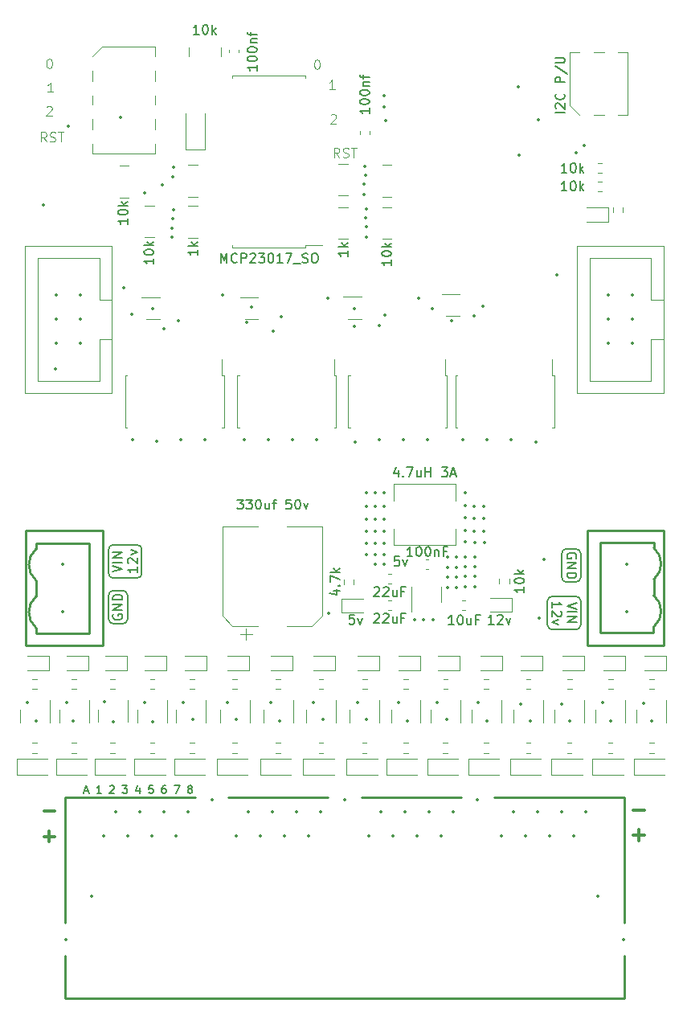
<source format=gto>
%TF.GenerationSoftware,KiCad,Pcbnew,(6.0.9)*%
%TF.CreationDate,2023-11-09T20:34:27+05:30*%
%TF.ProjectId,Modular-I2C-4PxRJ45-Relay-Driver,4d6f6475-6c61-4722-9d49-32432d345078,2*%
%TF.SameCoordinates,Original*%
%TF.FileFunction,Legend,Top*%
%TF.FilePolarity,Positive*%
%FSLAX46Y46*%
G04 Gerber Fmt 4.6, Leading zero omitted, Abs format (unit mm)*
G04 Created by KiCad (PCBNEW (6.0.9)) date 2023-11-09 20:34:27*
%MOMM*%
%LPD*%
G01*
G04 APERTURE LIST*
%ADD10C,0.150000*%
%ADD11C,0.200000*%
%ADD12C,0.125000*%
%ADD13C,0.300000*%
%ADD14C,0.120000*%
%ADD15C,0.254000*%
%ADD16C,0.100000*%
%ADD17C,0.350000*%
G04 APERTURE END LIST*
D10*
X106244900Y-64379400D02*
G75*
G03*
X106744900Y-63879400I0J500000D01*
G01*
X150992047Y-64489153D02*
G75*
G03*
X151492047Y-64989153I499953J-47D01*
G01*
X108244900Y-56564400D02*
G75*
G03*
X107744900Y-56064400I-500000J0D01*
G01*
X154492047Y-61989153D02*
X154492047Y-64489153D01*
X153992047Y-59989153D02*
X152992047Y-59989153D01*
X107744900Y-59564400D02*
X105244900Y-59564400D01*
X105244900Y-60879400D02*
G75*
G03*
X104744900Y-61379400I0J-500000D01*
G01*
X105244900Y-56064400D02*
X107744900Y-56064400D01*
X106744900Y-61379400D02*
G75*
G03*
X106244900Y-60879400I-500000J0D01*
G01*
X154492047Y-61989153D02*
G75*
G03*
X153992047Y-61489153I-500047J-47D01*
G01*
X153992047Y-59989247D02*
G75*
G03*
X154492047Y-59489153I-47J500047D01*
G01*
X151492047Y-61489247D02*
G75*
G03*
X150992047Y-61989153I-47J-499953D01*
G01*
X152492047Y-59489153D02*
G75*
G03*
X152992047Y-59989153I499953J-47D01*
G01*
X150992047Y-64489153D02*
X150992047Y-61989153D01*
X106744900Y-61379400D02*
X106744900Y-63879400D01*
X152492047Y-59489153D02*
X152492047Y-56989153D01*
X104744900Y-59064400D02*
X104744900Y-56564400D01*
X105244900Y-60879400D02*
X106244900Y-60879400D01*
X153992047Y-64989247D02*
G75*
G03*
X154492047Y-64489153I-47J500047D01*
G01*
X107744900Y-59564400D02*
G75*
G03*
X108244900Y-59064400I0J500000D01*
G01*
X104744900Y-63879400D02*
G75*
G03*
X105244900Y-64379400I500000J0D01*
G01*
X152992047Y-56489247D02*
G75*
G03*
X152492047Y-56989153I-47J-499953D01*
G01*
X153992047Y-56489153D02*
X152992047Y-56489153D01*
X153992047Y-64989153D02*
X151492047Y-64989153D01*
X151492047Y-61489153D02*
X153992047Y-61489153D01*
X154492047Y-59489153D02*
X154492047Y-56989153D01*
X104744900Y-61379400D02*
X104744900Y-63879400D01*
X105244900Y-64379400D02*
X106244900Y-64379400D01*
X104744900Y-59064400D02*
G75*
G03*
X105244900Y-59564400I500000J0D01*
G01*
X108244900Y-56564400D02*
X108244900Y-59064400D01*
X154492047Y-56989153D02*
G75*
G03*
X153992047Y-56489153I-500047J-47D01*
G01*
X105244900Y-56064400D02*
G75*
G03*
X104744900Y-56564400I0J-500000D01*
G01*
D11*
X102212809Y-81987333D02*
X102593761Y-81987333D01*
X102136619Y-82215904D02*
X102403285Y-81415904D01*
X102669952Y-82215904D01*
X103965190Y-82215904D02*
X103508047Y-82215904D01*
X103736619Y-82215904D02*
X103736619Y-81415904D01*
X103660428Y-81530190D01*
X103584238Y-81606380D01*
X103508047Y-81644476D01*
X104879476Y-81492095D02*
X104917571Y-81454000D01*
X104993761Y-81415904D01*
X105184238Y-81415904D01*
X105260428Y-81454000D01*
X105298523Y-81492095D01*
X105336619Y-81568285D01*
X105336619Y-81644476D01*
X105298523Y-81758761D01*
X104841380Y-82215904D01*
X105336619Y-82215904D01*
X106212809Y-81415904D02*
X106708047Y-81415904D01*
X106441380Y-81720666D01*
X106555666Y-81720666D01*
X106631857Y-81758761D01*
X106669952Y-81796857D01*
X106708047Y-81873047D01*
X106708047Y-82063523D01*
X106669952Y-82139714D01*
X106631857Y-82177809D01*
X106555666Y-82215904D01*
X106327095Y-82215904D01*
X106250904Y-82177809D01*
X106212809Y-82139714D01*
X108003285Y-81682571D02*
X108003285Y-82215904D01*
X107812809Y-81377809D02*
X107622333Y-81949238D01*
X108117571Y-81949238D01*
X109412809Y-81415904D02*
X109031857Y-81415904D01*
X108993761Y-81796857D01*
X109031857Y-81758761D01*
X109108047Y-81720666D01*
X109298523Y-81720666D01*
X109374714Y-81758761D01*
X109412809Y-81796857D01*
X109450904Y-81873047D01*
X109450904Y-82063523D01*
X109412809Y-82139714D01*
X109374714Y-82177809D01*
X109298523Y-82215904D01*
X109108047Y-82215904D01*
X109031857Y-82177809D01*
X108993761Y-82139714D01*
X110746142Y-81415904D02*
X110593761Y-81415904D01*
X110517571Y-81454000D01*
X110479476Y-81492095D01*
X110403285Y-81606380D01*
X110365190Y-81758761D01*
X110365190Y-82063523D01*
X110403285Y-82139714D01*
X110441380Y-82177809D01*
X110517571Y-82215904D01*
X110669952Y-82215904D01*
X110746142Y-82177809D01*
X110784238Y-82139714D01*
X110822333Y-82063523D01*
X110822333Y-81873047D01*
X110784238Y-81796857D01*
X110746142Y-81758761D01*
X110669952Y-81720666D01*
X110517571Y-81720666D01*
X110441380Y-81758761D01*
X110403285Y-81796857D01*
X110365190Y-81873047D01*
X111698523Y-81415904D02*
X112231857Y-81415904D01*
X111889000Y-82215904D01*
X113260428Y-81758761D02*
X113184238Y-81720666D01*
X113146142Y-81682571D01*
X113108047Y-81606380D01*
X113108047Y-81568285D01*
X113146142Y-81492095D01*
X113184238Y-81454000D01*
X113260428Y-81415904D01*
X113412809Y-81415904D01*
X113489000Y-81454000D01*
X113527095Y-81492095D01*
X113565190Y-81568285D01*
X113565190Y-81606380D01*
X113527095Y-81682571D01*
X113489000Y-81720666D01*
X113412809Y-81758761D01*
X113260428Y-81758761D01*
X113184238Y-81796857D01*
X113146142Y-81834952D01*
X113108047Y-81911142D01*
X113108047Y-82063523D01*
X113146142Y-82139714D01*
X113184238Y-82177809D01*
X113260428Y-82215904D01*
X113412809Y-82215904D01*
X113489000Y-82177809D01*
X113527095Y-82139714D01*
X113565190Y-82063523D01*
X113565190Y-81911142D01*
X113527095Y-81834952D01*
X113489000Y-81796857D01*
X113412809Y-81758761D01*
D12*
X98197380Y-13599380D02*
X97864047Y-13123190D01*
X97625952Y-13599380D02*
X97625952Y-12599380D01*
X98006904Y-12599380D01*
X98102142Y-12647000D01*
X98149761Y-12694619D01*
X98197380Y-12789857D01*
X98197380Y-12932714D01*
X98149761Y-13027952D01*
X98102142Y-13075571D01*
X98006904Y-13123190D01*
X97625952Y-13123190D01*
X98578333Y-13551761D02*
X98721190Y-13599380D01*
X98959285Y-13599380D01*
X99054523Y-13551761D01*
X99102142Y-13504142D01*
X99149761Y-13408904D01*
X99149761Y-13313666D01*
X99102142Y-13218428D01*
X99054523Y-13170809D01*
X98959285Y-13123190D01*
X98768809Y-13075571D01*
X98673571Y-13027952D01*
X98625952Y-12980333D01*
X98578333Y-12885095D01*
X98578333Y-12789857D01*
X98625952Y-12694619D01*
X98673571Y-12647000D01*
X98768809Y-12599380D01*
X99006904Y-12599380D01*
X99149761Y-12647000D01*
X99435476Y-12599380D02*
X100006904Y-12599380D01*
X99721190Y-13599380D02*
X99721190Y-12599380D01*
X128151885Y-10789619D02*
X128199504Y-10742000D01*
X128294742Y-10694380D01*
X128532838Y-10694380D01*
X128628076Y-10742000D01*
X128675695Y-10789619D01*
X128723314Y-10884857D01*
X128723314Y-10980095D01*
X128675695Y-11122952D01*
X128104266Y-11694380D01*
X128723314Y-11694380D01*
X98903714Y-8355180D02*
X98332285Y-8355180D01*
X98618000Y-8355180D02*
X98618000Y-7355180D01*
X98522761Y-7498038D01*
X98427523Y-7593276D01*
X98332285Y-7640895D01*
D13*
X160022571Y-83993142D02*
X161165428Y-83993142D01*
D10*
X153992047Y-57477248D02*
X154039666Y-57382010D01*
X154039666Y-57239153D01*
X153992047Y-57096295D01*
X153896808Y-57001057D01*
X153801570Y-56953438D01*
X153611094Y-56905819D01*
X153468237Y-56905819D01*
X153277761Y-56953438D01*
X153182523Y-57001057D01*
X153087285Y-57096295D01*
X153039666Y-57239153D01*
X153039666Y-57334391D01*
X153087285Y-57477248D01*
X153134904Y-57524867D01*
X153468237Y-57524867D01*
X153468237Y-57334391D01*
X153039666Y-57953438D02*
X154039666Y-57953438D01*
X153039666Y-58524867D01*
X154039666Y-58524867D01*
X153039666Y-59001057D02*
X154039666Y-59001057D01*
X154039666Y-59239153D01*
X153992047Y-59382010D01*
X153896808Y-59477248D01*
X153801570Y-59524867D01*
X153611094Y-59572486D01*
X153468237Y-59572486D01*
X153277761Y-59524867D01*
X153182523Y-59477248D01*
X153087285Y-59382010D01*
X153039666Y-59239153D01*
X153039666Y-59001057D01*
X106741180Y-21692438D02*
X106741180Y-22263866D01*
X106741180Y-21978152D02*
X105741180Y-21978152D01*
X105884038Y-22073390D01*
X105979276Y-22168628D01*
X106026895Y-22263866D01*
X105741180Y-21073390D02*
X105741180Y-20978152D01*
X105788800Y-20882914D01*
X105836419Y-20835295D01*
X105931657Y-20787676D01*
X106122133Y-20740057D01*
X106360228Y-20740057D01*
X106550704Y-20787676D01*
X106645942Y-20835295D01*
X106693561Y-20882914D01*
X106741180Y-20978152D01*
X106741180Y-21073390D01*
X106693561Y-21168628D01*
X106645942Y-21216247D01*
X106550704Y-21263866D01*
X106360228Y-21311485D01*
X106122133Y-21311485D01*
X105931657Y-21263866D01*
X105836419Y-21216247D01*
X105788800Y-21168628D01*
X105741180Y-21073390D01*
X106741180Y-20311485D02*
X105741180Y-20311485D01*
X106360228Y-20216247D02*
X106741180Y-19930533D01*
X106074514Y-19930533D02*
X106455466Y-20311485D01*
X152816780Y-10539961D02*
X151816780Y-10539961D01*
X151912019Y-10111390D02*
X151864400Y-10063771D01*
X151816780Y-9968533D01*
X151816780Y-9730438D01*
X151864400Y-9635200D01*
X151912019Y-9587580D01*
X152007257Y-9539961D01*
X152102495Y-9539961D01*
X152245352Y-9587580D01*
X152816780Y-10159009D01*
X152816780Y-9539961D01*
X152721542Y-8539961D02*
X152769161Y-8587580D01*
X152816780Y-8730438D01*
X152816780Y-8825676D01*
X152769161Y-8968533D01*
X152673923Y-9063771D01*
X152578685Y-9111390D01*
X152388209Y-9159009D01*
X152245352Y-9159009D01*
X152054876Y-9111390D01*
X151959638Y-9063771D01*
X151864400Y-8968533D01*
X151816780Y-8825676D01*
X151816780Y-8730438D01*
X151864400Y-8587580D01*
X151912019Y-8539961D01*
X152816780Y-7349485D02*
X151816780Y-7349485D01*
X151816780Y-6968533D01*
X151864400Y-6873295D01*
X151912019Y-6825676D01*
X152007257Y-6778057D01*
X152150114Y-6778057D01*
X152245352Y-6825676D01*
X152292971Y-6873295D01*
X152340590Y-6968533D01*
X152340590Y-7349485D01*
X151769161Y-5635200D02*
X153054876Y-6492342D01*
X151816780Y-5301866D02*
X152626304Y-5301866D01*
X152721542Y-5254247D01*
X152769161Y-5206628D01*
X152816780Y-5111390D01*
X152816780Y-4920914D01*
X152769161Y-4825676D01*
X152721542Y-4778057D01*
X152626304Y-4730438D01*
X151816780Y-4730438D01*
X154094666Y-62143914D02*
X153094666Y-62477248D01*
X154094666Y-62810581D01*
X153094666Y-63143914D02*
X154094666Y-63143914D01*
X153094666Y-63620105D02*
X154094666Y-63620105D01*
X153094666Y-64191533D01*
X154094666Y-64191533D01*
X151484666Y-62667724D02*
X151484666Y-62096295D01*
X151484666Y-62382010D02*
X152484666Y-62382010D01*
X152341808Y-62286772D01*
X152246570Y-62191533D01*
X152198951Y-62096295D01*
X152389427Y-63048676D02*
X152437047Y-63096295D01*
X152484666Y-63191533D01*
X152484666Y-63429629D01*
X152437047Y-63524867D01*
X152389427Y-63572486D01*
X152294189Y-63620105D01*
X152198951Y-63620105D01*
X152056094Y-63572486D01*
X151484666Y-63001057D01*
X151484666Y-63620105D01*
X152151332Y-63953438D02*
X151484666Y-64191533D01*
X152151332Y-64429629D01*
D13*
X160022571Y-86660142D02*
X161165428Y-86660142D01*
X160594000Y-87231571D02*
X160594000Y-86088714D01*
D10*
X105142280Y-58909638D02*
X106142280Y-58576304D01*
X105142280Y-58242971D01*
X106142280Y-57909638D02*
X105142280Y-57909638D01*
X106142280Y-57433447D02*
X105142280Y-57433447D01*
X106142280Y-56862019D01*
X105142280Y-56862019D01*
X107752280Y-58385828D02*
X107752280Y-58957257D01*
X107752280Y-58671542D02*
X106752280Y-58671542D01*
X106895138Y-58766780D01*
X106990376Y-58862019D01*
X107037995Y-58957257D01*
X106847519Y-58004876D02*
X106799900Y-57957257D01*
X106752280Y-57862019D01*
X106752280Y-57623923D01*
X106799900Y-57528685D01*
X106847519Y-57481066D01*
X106942757Y-57433447D01*
X107037995Y-57433447D01*
X107180852Y-57481066D01*
X107752280Y-58052495D01*
X107752280Y-57433447D01*
X107085614Y-57100114D02*
X107752280Y-56862019D01*
X107085614Y-56623923D01*
D12*
X126660730Y-4955180D02*
X126755969Y-4955180D01*
X126851207Y-5002800D01*
X126898826Y-5050419D01*
X126946445Y-5145657D01*
X126994064Y-5336133D01*
X126994064Y-5574228D01*
X126946445Y-5764704D01*
X126898826Y-5859942D01*
X126851207Y-5907561D01*
X126755969Y-5955180D01*
X126660730Y-5955180D01*
X126565492Y-5907561D01*
X126517873Y-5859942D01*
X126470254Y-5764704D01*
X126422635Y-5574228D01*
X126422635Y-5336133D01*
X126470254Y-5145657D01*
X126517873Y-5050419D01*
X126565492Y-5002800D01*
X126660730Y-4955180D01*
X98205285Y-9950419D02*
X98252904Y-9902800D01*
X98348142Y-9855180D01*
X98586238Y-9855180D01*
X98681476Y-9902800D01*
X98729095Y-9950419D01*
X98776714Y-10045657D01*
X98776714Y-10140895D01*
X98729095Y-10283752D01*
X98157666Y-10855180D01*
X98776714Y-10855180D01*
X128570914Y-8087580D02*
X127999485Y-8087580D01*
X128285200Y-8087580D02*
X128285200Y-7087580D01*
X128189961Y-7230438D01*
X128094723Y-7325676D01*
X127999485Y-7373295D01*
D10*
X105244900Y-63391304D02*
X105197280Y-63486542D01*
X105197280Y-63629400D01*
X105244900Y-63772257D01*
X105340138Y-63867495D01*
X105435376Y-63915114D01*
X105625852Y-63962733D01*
X105768709Y-63962733D01*
X105959185Y-63915114D01*
X106054423Y-63867495D01*
X106149661Y-63772257D01*
X106197280Y-63629400D01*
X106197280Y-63534161D01*
X106149661Y-63391304D01*
X106102042Y-63343685D01*
X105768709Y-63343685D01*
X105768709Y-63534161D01*
X106197280Y-62915114D02*
X105197280Y-62915114D01*
X106197280Y-62343685D01*
X105197280Y-62343685D01*
X106197280Y-61867495D02*
X105197280Y-61867495D01*
X105197280Y-61629400D01*
X105244900Y-61486542D01*
X105340138Y-61391304D01*
X105435376Y-61343685D01*
X105625852Y-61296066D01*
X105768709Y-61296066D01*
X105959185Y-61343685D01*
X106054423Y-61391304D01*
X106149661Y-61486542D01*
X106197280Y-61629400D01*
X106197280Y-61867495D01*
D12*
X129058380Y-15250380D02*
X128725047Y-14774190D01*
X128486952Y-15250380D02*
X128486952Y-14250380D01*
X128867904Y-14250380D01*
X128963142Y-14298000D01*
X129010761Y-14345619D01*
X129058380Y-14440857D01*
X129058380Y-14583714D01*
X129010761Y-14678952D01*
X128963142Y-14726571D01*
X128867904Y-14774190D01*
X128486952Y-14774190D01*
X129439333Y-15202761D02*
X129582190Y-15250380D01*
X129820285Y-15250380D01*
X129915523Y-15202761D01*
X129963142Y-15155142D01*
X130010761Y-15059904D01*
X130010761Y-14964666D01*
X129963142Y-14869428D01*
X129915523Y-14821809D01*
X129820285Y-14774190D01*
X129629809Y-14726571D01*
X129534571Y-14678952D01*
X129486952Y-14631333D01*
X129439333Y-14536095D01*
X129439333Y-14440857D01*
X129486952Y-14345619D01*
X129534571Y-14298000D01*
X129629809Y-14250380D01*
X129867904Y-14250380D01*
X130010761Y-14298000D01*
X130296476Y-14250380D02*
X130867904Y-14250380D01*
X130582190Y-15250380D02*
X130582190Y-14250380D01*
D13*
X97919571Y-86787142D02*
X99062428Y-86787142D01*
X98491000Y-87358571D02*
X98491000Y-86215714D01*
X97919571Y-84120142D02*
X99062428Y-84120142D01*
D12*
X98443380Y-4855180D02*
X98538619Y-4855180D01*
X98633857Y-4902800D01*
X98681476Y-4950419D01*
X98729095Y-5045657D01*
X98776714Y-5236133D01*
X98776714Y-5474228D01*
X98729095Y-5664704D01*
X98681476Y-5759942D01*
X98633857Y-5807561D01*
X98538619Y-5855180D01*
X98443380Y-5855180D01*
X98348142Y-5807561D01*
X98300523Y-5759942D01*
X98252904Y-5664704D01*
X98205285Y-5474228D01*
X98205285Y-5236133D01*
X98252904Y-5045657D01*
X98300523Y-4950419D01*
X98348142Y-4902800D01*
X98443380Y-4855180D01*
D10*
%TO.C,D3*%
X145341371Y-64424780D02*
X144769942Y-64424780D01*
X145055657Y-64424780D02*
X145055657Y-63424780D01*
X144960419Y-63567638D01*
X144865180Y-63662876D01*
X144769942Y-63710495D01*
X145722323Y-63520019D02*
X145769942Y-63472400D01*
X145865180Y-63424780D01*
X146103276Y-63424780D01*
X146198514Y-63472400D01*
X146246133Y-63520019D01*
X146293752Y-63615257D01*
X146293752Y-63710495D01*
X146246133Y-63853352D01*
X145674704Y-64424780D01*
X146293752Y-64424780D01*
X146627085Y-63758114D02*
X146865180Y-64424780D01*
X147103276Y-63758114D01*
%TO.C,RN9*%
X109484380Y-25908838D02*
X109484380Y-26480266D01*
X109484380Y-26194552D02*
X108484380Y-26194552D01*
X108627238Y-26289790D01*
X108722476Y-26385028D01*
X108770095Y-26480266D01*
X108484380Y-25289790D02*
X108484380Y-25194552D01*
X108532000Y-25099314D01*
X108579619Y-25051695D01*
X108674857Y-25004076D01*
X108865333Y-24956457D01*
X109103428Y-24956457D01*
X109293904Y-25004076D01*
X109389142Y-25051695D01*
X109436761Y-25099314D01*
X109484380Y-25194552D01*
X109484380Y-25289790D01*
X109436761Y-25385028D01*
X109389142Y-25432647D01*
X109293904Y-25480266D01*
X109103428Y-25527885D01*
X108865333Y-25527885D01*
X108674857Y-25480266D01*
X108579619Y-25432647D01*
X108532000Y-25385028D01*
X108484380Y-25289790D01*
X109484380Y-24527885D02*
X108484380Y-24527885D01*
X109103428Y-24432647D02*
X109484380Y-24146933D01*
X108817714Y-24146933D02*
X109198666Y-24527885D01*
%TO.C,R5*%
X148522180Y-60503638D02*
X148522180Y-61075066D01*
X148522180Y-60789352D02*
X147522180Y-60789352D01*
X147665038Y-60884590D01*
X147760276Y-60979828D01*
X147807895Y-61075066D01*
X147522180Y-59884590D02*
X147522180Y-59789352D01*
X147569800Y-59694114D01*
X147617419Y-59646495D01*
X147712657Y-59598876D01*
X147903133Y-59551257D01*
X148141228Y-59551257D01*
X148331704Y-59598876D01*
X148426942Y-59646495D01*
X148474561Y-59694114D01*
X148522180Y-59789352D01*
X148522180Y-59884590D01*
X148474561Y-59979828D01*
X148426942Y-60027447D01*
X148331704Y-60075066D01*
X148141228Y-60122685D01*
X147903133Y-60122685D01*
X147712657Y-60075066D01*
X147617419Y-60027447D01*
X147569800Y-59979828D01*
X147522180Y-59884590D01*
X148522180Y-59122685D02*
X147522180Y-59122685D01*
X148141228Y-59027447D02*
X148522180Y-58741733D01*
X147855514Y-58741733D02*
X148236466Y-59122685D01*
%TO.C,D2*%
X130631542Y-63424780D02*
X130155352Y-63424780D01*
X130107733Y-63900971D01*
X130155352Y-63853352D01*
X130250590Y-63805733D01*
X130488685Y-63805733D01*
X130583923Y-63853352D01*
X130631542Y-63900971D01*
X130679161Y-63996209D01*
X130679161Y-64234304D01*
X130631542Y-64329542D01*
X130583923Y-64377161D01*
X130488685Y-64424780D01*
X130250590Y-64424780D01*
X130155352Y-64377161D01*
X130107733Y-64329542D01*
X131012495Y-63758114D02*
X131250590Y-64424780D01*
X131488685Y-63758114D01*
%TO.C,C1*%
X120374380Y-5527561D02*
X120374380Y-6098990D01*
X120374380Y-5813276D02*
X119374380Y-5813276D01*
X119517238Y-5908514D01*
X119612476Y-6003752D01*
X119660095Y-6098990D01*
X119374380Y-4908514D02*
X119374380Y-4813276D01*
X119422000Y-4718038D01*
X119469619Y-4670419D01*
X119564857Y-4622800D01*
X119755333Y-4575180D01*
X119993428Y-4575180D01*
X120183904Y-4622800D01*
X120279142Y-4670419D01*
X120326761Y-4718038D01*
X120374380Y-4813276D01*
X120374380Y-4908514D01*
X120326761Y-5003752D01*
X120279142Y-5051371D01*
X120183904Y-5098990D01*
X119993428Y-5146609D01*
X119755333Y-5146609D01*
X119564857Y-5098990D01*
X119469619Y-5051371D01*
X119422000Y-5003752D01*
X119374380Y-4908514D01*
X119374380Y-3956133D02*
X119374380Y-3860895D01*
X119422000Y-3765657D01*
X119469619Y-3718038D01*
X119564857Y-3670419D01*
X119755333Y-3622800D01*
X119993428Y-3622800D01*
X120183904Y-3670419D01*
X120279142Y-3718038D01*
X120326761Y-3765657D01*
X120374380Y-3860895D01*
X120374380Y-3956133D01*
X120326761Y-4051371D01*
X120279142Y-4098990D01*
X120183904Y-4146609D01*
X119993428Y-4194228D01*
X119755333Y-4194228D01*
X119564857Y-4146609D01*
X119469619Y-4098990D01*
X119422000Y-4051371D01*
X119374380Y-3956133D01*
X119707714Y-3194228D02*
X120374380Y-3194228D01*
X119802952Y-3194228D02*
X119755333Y-3146609D01*
X119707714Y-3051371D01*
X119707714Y-2908514D01*
X119755333Y-2813276D01*
X119850571Y-2765657D01*
X120374380Y-2765657D01*
X119707714Y-2432323D02*
X119707714Y-2051371D01*
X120374380Y-2289466D02*
X119517238Y-2289466D01*
X119422000Y-2241847D01*
X119374380Y-2146609D01*
X119374380Y-2051371D01*
%TO.C,RN1*%
X114278761Y-2282380D02*
X113707333Y-2282380D01*
X113993047Y-2282380D02*
X113993047Y-1282380D01*
X113897809Y-1425238D01*
X113802571Y-1520476D01*
X113707333Y-1568095D01*
X114897809Y-1282380D02*
X114993047Y-1282380D01*
X115088285Y-1330000D01*
X115135904Y-1377619D01*
X115183523Y-1472857D01*
X115231142Y-1663333D01*
X115231142Y-1901428D01*
X115183523Y-2091904D01*
X115135904Y-2187142D01*
X115088285Y-2234761D01*
X114993047Y-2282380D01*
X114897809Y-2282380D01*
X114802571Y-2234761D01*
X114754952Y-2187142D01*
X114707333Y-2091904D01*
X114659714Y-1901428D01*
X114659714Y-1663333D01*
X114707333Y-1472857D01*
X114754952Y-1377619D01*
X114802571Y-1330000D01*
X114897809Y-1282380D01*
X115659714Y-2282380D02*
X115659714Y-1282380D01*
X115754952Y-1901428D02*
X116040666Y-2282380D01*
X116040666Y-1615714D02*
X115659714Y-1996666D01*
%TO.C,C9*%
X141132971Y-64475580D02*
X140561542Y-64475580D01*
X140847257Y-64475580D02*
X140847257Y-63475580D01*
X140752019Y-63618438D01*
X140656780Y-63713676D01*
X140561542Y-63761295D01*
X141752019Y-63475580D02*
X141847257Y-63475580D01*
X141942495Y-63523200D01*
X141990114Y-63570819D01*
X142037733Y-63666057D01*
X142085352Y-63856533D01*
X142085352Y-64094628D01*
X142037733Y-64285104D01*
X141990114Y-64380342D01*
X141942495Y-64427961D01*
X141847257Y-64475580D01*
X141752019Y-64475580D01*
X141656780Y-64427961D01*
X141609161Y-64380342D01*
X141561542Y-64285104D01*
X141513923Y-64094628D01*
X141513923Y-63856533D01*
X141561542Y-63666057D01*
X141609161Y-63570819D01*
X141656780Y-63523200D01*
X141752019Y-63475580D01*
X142942495Y-63808914D02*
X142942495Y-64475580D01*
X142513923Y-63808914D02*
X142513923Y-64332723D01*
X142561542Y-64427961D01*
X142656780Y-64475580D01*
X142799638Y-64475580D01*
X142894876Y-64427961D01*
X142942495Y-64380342D01*
X143752019Y-63951771D02*
X143418685Y-63951771D01*
X143418685Y-64475580D02*
X143418685Y-63475580D01*
X143894876Y-63475580D01*
%TO.C,R4*%
X153028111Y-16848680D02*
X152456683Y-16848680D01*
X152742397Y-16848680D02*
X152742397Y-15848680D01*
X152647159Y-15991538D01*
X152551921Y-16086776D01*
X152456683Y-16134395D01*
X153647159Y-15848680D02*
X153742397Y-15848680D01*
X153837635Y-15896300D01*
X153885254Y-15943919D01*
X153932873Y-16039157D01*
X153980492Y-16229633D01*
X153980492Y-16467728D01*
X153932873Y-16658204D01*
X153885254Y-16753442D01*
X153837635Y-16801061D01*
X153742397Y-16848680D01*
X153647159Y-16848680D01*
X153551921Y-16801061D01*
X153504302Y-16753442D01*
X153456683Y-16658204D01*
X153409064Y-16467728D01*
X153409064Y-16229633D01*
X153456683Y-16039157D01*
X153504302Y-15943919D01*
X153551921Y-15896300D01*
X153647159Y-15848680D01*
X154409064Y-16848680D02*
X154409064Y-15848680D01*
X154504302Y-16467728D02*
X154790016Y-16848680D01*
X154790016Y-16182014D02*
X154409064Y-16562966D01*
%TO.C,U2*%
X135368342Y-57290380D02*
X134892152Y-57290380D01*
X134844533Y-57766571D01*
X134892152Y-57718952D01*
X134987390Y-57671333D01*
X135225485Y-57671333D01*
X135320723Y-57718952D01*
X135368342Y-57766571D01*
X135415961Y-57861809D01*
X135415961Y-58099904D01*
X135368342Y-58195142D01*
X135320723Y-58242761D01*
X135225485Y-58290380D01*
X134987390Y-58290380D01*
X134892152Y-58242761D01*
X134844533Y-58195142D01*
X135749295Y-57623714D02*
X135987390Y-58290380D01*
X136225485Y-57623714D01*
%TO.C,C7*%
X132738342Y-60593619D02*
X132785961Y-60546000D01*
X132881200Y-60498380D01*
X133119295Y-60498380D01*
X133214533Y-60546000D01*
X133262152Y-60593619D01*
X133309771Y-60688857D01*
X133309771Y-60784095D01*
X133262152Y-60926952D01*
X132690723Y-61498380D01*
X133309771Y-61498380D01*
X133690723Y-60593619D02*
X133738342Y-60546000D01*
X133833580Y-60498380D01*
X134071676Y-60498380D01*
X134166914Y-60546000D01*
X134214533Y-60593619D01*
X134262152Y-60688857D01*
X134262152Y-60784095D01*
X134214533Y-60926952D01*
X133643104Y-61498380D01*
X134262152Y-61498380D01*
X135119295Y-60831714D02*
X135119295Y-61498380D01*
X134690723Y-60831714D02*
X134690723Y-61355523D01*
X134738342Y-61450761D01*
X134833580Y-61498380D01*
X134976438Y-61498380D01*
X135071676Y-61450761D01*
X135119295Y-61403142D01*
X135928819Y-60974571D02*
X135595485Y-60974571D01*
X135595485Y-61498380D02*
X135595485Y-60498380D01*
X136071676Y-60498380D01*
%TO.C,C8*%
X132725342Y-63387619D02*
X132772961Y-63340000D01*
X132868200Y-63292380D01*
X133106295Y-63292380D01*
X133201533Y-63340000D01*
X133249152Y-63387619D01*
X133296771Y-63482857D01*
X133296771Y-63578095D01*
X133249152Y-63720952D01*
X132677723Y-64292380D01*
X133296771Y-64292380D01*
X133677723Y-63387619D02*
X133725342Y-63340000D01*
X133820580Y-63292380D01*
X134058676Y-63292380D01*
X134153914Y-63340000D01*
X134201533Y-63387619D01*
X134249152Y-63482857D01*
X134249152Y-63578095D01*
X134201533Y-63720952D01*
X133630104Y-64292380D01*
X134249152Y-64292380D01*
X135106295Y-63625714D02*
X135106295Y-64292380D01*
X134677723Y-63625714D02*
X134677723Y-64149523D01*
X134725342Y-64244761D01*
X134820580Y-64292380D01*
X134963438Y-64292380D01*
X135058676Y-64244761D01*
X135106295Y-64197142D01*
X135915819Y-63768571D02*
X135582485Y-63768571D01*
X135582485Y-64292380D02*
X135582485Y-63292380D01*
X136058676Y-63292380D01*
%TO.C,L1*%
X135265485Y-48220714D02*
X135265485Y-48887380D01*
X135027390Y-47839761D02*
X134789295Y-48554047D01*
X135408342Y-48554047D01*
X135789295Y-48792142D02*
X135836914Y-48839761D01*
X135789295Y-48887380D01*
X135741676Y-48839761D01*
X135789295Y-48792142D01*
X135789295Y-48887380D01*
X136170247Y-47887380D02*
X136836914Y-47887380D01*
X136408342Y-48887380D01*
X137646438Y-48220714D02*
X137646438Y-48887380D01*
X137217866Y-48220714D02*
X137217866Y-48744523D01*
X137265485Y-48839761D01*
X137360723Y-48887380D01*
X137503580Y-48887380D01*
X137598819Y-48839761D01*
X137646438Y-48792142D01*
X138122628Y-48887380D02*
X138122628Y-47887380D01*
X138122628Y-48363571D02*
X138694057Y-48363571D01*
X138694057Y-48887380D02*
X138694057Y-47887380D01*
X139836914Y-47887380D02*
X140455961Y-47887380D01*
X140122628Y-48268333D01*
X140265485Y-48268333D01*
X140360723Y-48315952D01*
X140408342Y-48363571D01*
X140455961Y-48458809D01*
X140455961Y-48696904D01*
X140408342Y-48792142D01*
X140360723Y-48839761D01*
X140265485Y-48887380D01*
X139979771Y-48887380D01*
X139884533Y-48839761D01*
X139836914Y-48792142D01*
X140836914Y-48601666D02*
X141313104Y-48601666D01*
X140741676Y-48887380D02*
X141075009Y-47887380D01*
X141408342Y-48887380D01*
%TO.C,C5*%
X118297904Y-51301980D02*
X118916952Y-51301980D01*
X118583619Y-51682933D01*
X118726476Y-51682933D01*
X118821714Y-51730552D01*
X118869333Y-51778171D01*
X118916952Y-51873409D01*
X118916952Y-52111504D01*
X118869333Y-52206742D01*
X118821714Y-52254361D01*
X118726476Y-52301980D01*
X118440761Y-52301980D01*
X118345523Y-52254361D01*
X118297904Y-52206742D01*
X119250285Y-51301980D02*
X119869333Y-51301980D01*
X119536000Y-51682933D01*
X119678857Y-51682933D01*
X119774095Y-51730552D01*
X119821714Y-51778171D01*
X119869333Y-51873409D01*
X119869333Y-52111504D01*
X119821714Y-52206742D01*
X119774095Y-52254361D01*
X119678857Y-52301980D01*
X119393142Y-52301980D01*
X119297904Y-52254361D01*
X119250285Y-52206742D01*
X120488380Y-51301980D02*
X120583619Y-51301980D01*
X120678857Y-51349600D01*
X120726476Y-51397219D01*
X120774095Y-51492457D01*
X120821714Y-51682933D01*
X120821714Y-51921028D01*
X120774095Y-52111504D01*
X120726476Y-52206742D01*
X120678857Y-52254361D01*
X120583619Y-52301980D01*
X120488380Y-52301980D01*
X120393142Y-52254361D01*
X120345523Y-52206742D01*
X120297904Y-52111504D01*
X120250285Y-51921028D01*
X120250285Y-51682933D01*
X120297904Y-51492457D01*
X120345523Y-51397219D01*
X120393142Y-51349600D01*
X120488380Y-51301980D01*
X121678857Y-51635314D02*
X121678857Y-52301980D01*
X121250285Y-51635314D02*
X121250285Y-52159123D01*
X121297904Y-52254361D01*
X121393142Y-52301980D01*
X121536000Y-52301980D01*
X121631238Y-52254361D01*
X121678857Y-52206742D01*
X122012190Y-51635314D02*
X122393142Y-51635314D01*
X122155047Y-52301980D02*
X122155047Y-51444838D01*
X122202666Y-51349600D01*
X122297904Y-51301980D01*
X122393142Y-51301980D01*
X123964571Y-51301980D02*
X123488380Y-51301980D01*
X123440761Y-51778171D01*
X123488380Y-51730552D01*
X123583619Y-51682933D01*
X123821714Y-51682933D01*
X123916952Y-51730552D01*
X123964571Y-51778171D01*
X124012190Y-51873409D01*
X124012190Y-52111504D01*
X123964571Y-52206742D01*
X123916952Y-52254361D01*
X123821714Y-52301980D01*
X123583619Y-52301980D01*
X123488380Y-52254361D01*
X123440761Y-52206742D01*
X124631238Y-51301980D02*
X124726476Y-51301980D01*
X124821714Y-51349600D01*
X124869333Y-51397219D01*
X124916952Y-51492457D01*
X124964571Y-51682933D01*
X124964571Y-51921028D01*
X124916952Y-52111504D01*
X124869333Y-52206742D01*
X124821714Y-52254361D01*
X124726476Y-52301980D01*
X124631238Y-52301980D01*
X124536000Y-52254361D01*
X124488380Y-52206742D01*
X124440761Y-52111504D01*
X124393142Y-51921028D01*
X124393142Y-51682933D01*
X124440761Y-51492457D01*
X124488380Y-51397219D01*
X124536000Y-51349600D01*
X124631238Y-51301980D01*
X125297904Y-51635314D02*
X125536000Y-52301980D01*
X125774095Y-51635314D01*
%TO.C,R3*%
X153028111Y-18753680D02*
X152456683Y-18753680D01*
X152742397Y-18753680D02*
X152742397Y-17753680D01*
X152647159Y-17896538D01*
X152551921Y-17991776D01*
X152456683Y-18039395D01*
X153647159Y-17753680D02*
X153742397Y-17753680D01*
X153837635Y-17801300D01*
X153885254Y-17848919D01*
X153932873Y-17944157D01*
X153980492Y-18134633D01*
X153980492Y-18372728D01*
X153932873Y-18563204D01*
X153885254Y-18658442D01*
X153837635Y-18706061D01*
X153742397Y-18753680D01*
X153647159Y-18753680D01*
X153551921Y-18706061D01*
X153504302Y-18658442D01*
X153456683Y-18563204D01*
X153409064Y-18372728D01*
X153409064Y-18134633D01*
X153456683Y-17944157D01*
X153504302Y-17848919D01*
X153551921Y-17801300D01*
X153647159Y-17753680D01*
X154409064Y-18753680D02*
X154409064Y-17753680D01*
X154504302Y-18372728D02*
X154790016Y-18753680D01*
X154790016Y-18087014D02*
X154409064Y-18467966D01*
%TO.C,U1*%
X116554761Y-26353380D02*
X116554761Y-25353380D01*
X116888095Y-26067666D01*
X117221428Y-25353380D01*
X117221428Y-26353380D01*
X118269047Y-26258142D02*
X118221428Y-26305761D01*
X118078571Y-26353380D01*
X117983333Y-26353380D01*
X117840476Y-26305761D01*
X117745238Y-26210523D01*
X117697619Y-26115285D01*
X117650000Y-25924809D01*
X117650000Y-25781952D01*
X117697619Y-25591476D01*
X117745238Y-25496238D01*
X117840476Y-25401000D01*
X117983333Y-25353380D01*
X118078571Y-25353380D01*
X118221428Y-25401000D01*
X118269047Y-25448619D01*
X118697619Y-26353380D02*
X118697619Y-25353380D01*
X119078571Y-25353380D01*
X119173809Y-25401000D01*
X119221428Y-25448619D01*
X119269047Y-25543857D01*
X119269047Y-25686714D01*
X119221428Y-25781952D01*
X119173809Y-25829571D01*
X119078571Y-25877190D01*
X118697619Y-25877190D01*
X119650000Y-25448619D02*
X119697619Y-25401000D01*
X119792857Y-25353380D01*
X120030952Y-25353380D01*
X120126190Y-25401000D01*
X120173809Y-25448619D01*
X120221428Y-25543857D01*
X120221428Y-25639095D01*
X120173809Y-25781952D01*
X119602380Y-26353380D01*
X120221428Y-26353380D01*
X120554761Y-25353380D02*
X121173809Y-25353380D01*
X120840476Y-25734333D01*
X120983333Y-25734333D01*
X121078571Y-25781952D01*
X121126190Y-25829571D01*
X121173809Y-25924809D01*
X121173809Y-26162904D01*
X121126190Y-26258142D01*
X121078571Y-26305761D01*
X120983333Y-26353380D01*
X120697619Y-26353380D01*
X120602380Y-26305761D01*
X120554761Y-26258142D01*
X121792857Y-25353380D02*
X121888095Y-25353380D01*
X121983333Y-25401000D01*
X122030952Y-25448619D01*
X122078571Y-25543857D01*
X122126190Y-25734333D01*
X122126190Y-25972428D01*
X122078571Y-26162904D01*
X122030952Y-26258142D01*
X121983333Y-26305761D01*
X121888095Y-26353380D01*
X121792857Y-26353380D01*
X121697619Y-26305761D01*
X121650000Y-26258142D01*
X121602380Y-26162904D01*
X121554761Y-25972428D01*
X121554761Y-25734333D01*
X121602380Y-25543857D01*
X121650000Y-25448619D01*
X121697619Y-25401000D01*
X121792857Y-25353380D01*
X123078571Y-26353380D02*
X122507142Y-26353380D01*
X122792857Y-26353380D02*
X122792857Y-25353380D01*
X122697619Y-25496238D01*
X122602380Y-25591476D01*
X122507142Y-25639095D01*
X123411904Y-25353380D02*
X124078571Y-25353380D01*
X123650000Y-26353380D01*
X124221428Y-26448619D02*
X124983333Y-26448619D01*
X125173809Y-26305761D02*
X125316666Y-26353380D01*
X125554761Y-26353380D01*
X125650000Y-26305761D01*
X125697619Y-26258142D01*
X125745238Y-26162904D01*
X125745238Y-26067666D01*
X125697619Y-25972428D01*
X125650000Y-25924809D01*
X125554761Y-25877190D01*
X125364285Y-25829571D01*
X125269047Y-25781952D01*
X125221428Y-25734333D01*
X125173809Y-25639095D01*
X125173809Y-25543857D01*
X125221428Y-25448619D01*
X125269047Y-25401000D01*
X125364285Y-25353380D01*
X125602380Y-25353380D01*
X125745238Y-25401000D01*
X126364285Y-25353380D02*
X126554761Y-25353380D01*
X126650000Y-25401000D01*
X126745238Y-25496238D01*
X126792857Y-25686714D01*
X126792857Y-26020047D01*
X126745238Y-26210523D01*
X126650000Y-26305761D01*
X126554761Y-26353380D01*
X126364285Y-26353380D01*
X126269047Y-26305761D01*
X126173809Y-26210523D01*
X126126190Y-26020047D01*
X126126190Y-25686714D01*
X126173809Y-25496238D01*
X126269047Y-25401000D01*
X126364285Y-25353380D01*
%TO.C,RN3*%
X134528780Y-26059238D02*
X134528780Y-26630666D01*
X134528780Y-26344952D02*
X133528780Y-26344952D01*
X133671638Y-26440190D01*
X133766876Y-26535428D01*
X133814495Y-26630666D01*
X133528780Y-25440190D02*
X133528780Y-25344952D01*
X133576400Y-25249714D01*
X133624019Y-25202095D01*
X133719257Y-25154476D01*
X133909733Y-25106857D01*
X134147828Y-25106857D01*
X134338304Y-25154476D01*
X134433542Y-25202095D01*
X134481161Y-25249714D01*
X134528780Y-25344952D01*
X134528780Y-25440190D01*
X134481161Y-25535428D01*
X134433542Y-25583047D01*
X134338304Y-25630666D01*
X134147828Y-25678285D01*
X133909733Y-25678285D01*
X133719257Y-25630666D01*
X133624019Y-25583047D01*
X133576400Y-25535428D01*
X133528780Y-25440190D01*
X134528780Y-24678285D02*
X133528780Y-24678285D01*
X134147828Y-24583047D02*
X134528780Y-24297333D01*
X133862114Y-24297333D02*
X134243066Y-24678285D01*
%TO.C,RN11*%
X129931380Y-25083035D02*
X129931380Y-25654464D01*
X129931380Y-25368749D02*
X128931380Y-25368749D01*
X129074238Y-25463988D01*
X129169476Y-25559226D01*
X129217095Y-25654464D01*
X129931380Y-24654464D02*
X128931380Y-24654464D01*
X129550428Y-24559226D02*
X129931380Y-24273511D01*
X129264714Y-24273511D02*
X129645666Y-24654464D01*
%TO.C,RN12*%
X114107180Y-24981447D02*
X114107180Y-25552876D01*
X114107180Y-25267161D02*
X113107180Y-25267161D01*
X113250038Y-25362400D01*
X113345276Y-25457638D01*
X113392895Y-25552876D01*
X114107180Y-24552876D02*
X113107180Y-24552876D01*
X113726228Y-24457638D02*
X114107180Y-24171923D01*
X113440514Y-24171923D02*
X113821466Y-24552876D01*
%TO.C,C6*%
X136770580Y-57261980D02*
X136199152Y-57261980D01*
X136484866Y-57261980D02*
X136484866Y-56261980D01*
X136389628Y-56404838D01*
X136294390Y-56500076D01*
X136199152Y-56547695D01*
X137389628Y-56261980D02*
X137484866Y-56261980D01*
X137580104Y-56309600D01*
X137627723Y-56357219D01*
X137675342Y-56452457D01*
X137722961Y-56642933D01*
X137722961Y-56881028D01*
X137675342Y-57071504D01*
X137627723Y-57166742D01*
X137580104Y-57214361D01*
X137484866Y-57261980D01*
X137389628Y-57261980D01*
X137294390Y-57214361D01*
X137246771Y-57166742D01*
X137199152Y-57071504D01*
X137151533Y-56881028D01*
X137151533Y-56642933D01*
X137199152Y-56452457D01*
X137246771Y-56357219D01*
X137294390Y-56309600D01*
X137389628Y-56261980D01*
X138342009Y-56261980D02*
X138437247Y-56261980D01*
X138532485Y-56309600D01*
X138580104Y-56357219D01*
X138627723Y-56452457D01*
X138675342Y-56642933D01*
X138675342Y-56881028D01*
X138627723Y-57071504D01*
X138580104Y-57166742D01*
X138532485Y-57214361D01*
X138437247Y-57261980D01*
X138342009Y-57261980D01*
X138246771Y-57214361D01*
X138199152Y-57166742D01*
X138151533Y-57071504D01*
X138103914Y-56881028D01*
X138103914Y-56642933D01*
X138151533Y-56452457D01*
X138199152Y-56357219D01*
X138246771Y-56309600D01*
X138342009Y-56261980D01*
X139103914Y-56595314D02*
X139103914Y-57261980D01*
X139103914Y-56690552D02*
X139151533Y-56642933D01*
X139246771Y-56595314D01*
X139389628Y-56595314D01*
X139484866Y-56642933D01*
X139532485Y-56738171D01*
X139532485Y-57261980D01*
X140342009Y-56738171D02*
X140008676Y-56738171D01*
X140008676Y-57261980D02*
X140008676Y-56261980D01*
X140484866Y-56261980D01*
%TO.C,C3*%
X132217380Y-10043761D02*
X132217380Y-10615190D01*
X132217380Y-10329476D02*
X131217380Y-10329476D01*
X131360238Y-10424714D01*
X131455476Y-10519952D01*
X131503095Y-10615190D01*
X131217380Y-9424714D02*
X131217380Y-9329476D01*
X131265000Y-9234238D01*
X131312619Y-9186619D01*
X131407857Y-9139000D01*
X131598333Y-9091380D01*
X131836428Y-9091380D01*
X132026904Y-9139000D01*
X132122142Y-9186619D01*
X132169761Y-9234238D01*
X132217380Y-9329476D01*
X132217380Y-9424714D01*
X132169761Y-9519952D01*
X132122142Y-9567571D01*
X132026904Y-9615190D01*
X131836428Y-9662809D01*
X131598333Y-9662809D01*
X131407857Y-9615190D01*
X131312619Y-9567571D01*
X131265000Y-9519952D01*
X131217380Y-9424714D01*
X131217380Y-8472333D02*
X131217380Y-8377095D01*
X131265000Y-8281857D01*
X131312619Y-8234238D01*
X131407857Y-8186619D01*
X131598333Y-8139000D01*
X131836428Y-8139000D01*
X132026904Y-8186619D01*
X132122142Y-8234238D01*
X132169761Y-8281857D01*
X132217380Y-8377095D01*
X132217380Y-8472333D01*
X132169761Y-8567571D01*
X132122142Y-8615190D01*
X132026904Y-8662809D01*
X131836428Y-8710428D01*
X131598333Y-8710428D01*
X131407857Y-8662809D01*
X131312619Y-8615190D01*
X131265000Y-8567571D01*
X131217380Y-8472333D01*
X131550714Y-7710428D02*
X132217380Y-7710428D01*
X131645952Y-7710428D02*
X131598333Y-7662809D01*
X131550714Y-7567571D01*
X131550714Y-7424714D01*
X131598333Y-7329476D01*
X131693571Y-7281857D01*
X132217380Y-7281857D01*
X131550714Y-6948523D02*
X131550714Y-6567571D01*
X132217380Y-6805666D02*
X131360238Y-6805666D01*
X131265000Y-6758047D01*
X131217380Y-6662809D01*
X131217380Y-6567571D01*
%TO.C,R1*%
X128418914Y-60887771D02*
X129085580Y-60887771D01*
X128037961Y-61125866D02*
X128752247Y-61363961D01*
X128752247Y-60744914D01*
X128990342Y-60363961D02*
X129037961Y-60316342D01*
X129085580Y-60363961D01*
X129037961Y-60411580D01*
X128990342Y-60363961D01*
X129085580Y-60363961D01*
X128085580Y-59983009D02*
X128085580Y-59316342D01*
X129085580Y-59744914D01*
X129085580Y-58935390D02*
X128085580Y-58935390D01*
X128704628Y-58840152D02*
X129085580Y-58554438D01*
X128418914Y-58554438D02*
X128799866Y-58935390D01*
D14*
%TO.C,J1*%
X163223600Y-24574000D02*
X163223600Y-40074000D01*
X161913600Y-25874000D02*
X161913600Y-30274000D01*
X154103600Y-24574000D02*
X163223600Y-24574000D01*
X161913600Y-38774000D02*
X155413600Y-38774000D01*
X161913600Y-30274000D02*
X161913600Y-30274000D01*
X163223600Y-40074000D02*
X154103600Y-40074000D01*
X155413600Y-25874000D02*
X161913600Y-25874000D01*
X161913600Y-34374000D02*
X161913600Y-38774000D01*
X154103600Y-40074000D02*
X154103600Y-24574000D01*
X155413600Y-38774000D02*
X155413600Y-25874000D01*
X161913600Y-30274000D02*
X163223600Y-30274000D01*
X163223600Y-34374000D02*
X161913600Y-34374000D01*
%TO.C,LED56*%
X117249000Y-69254000D02*
X119534000Y-69254000D01*
X119534000Y-69254000D02*
X119534000Y-67784000D01*
X119534000Y-67784000D02*
X117249000Y-67784000D01*
%TO.C,TH59*%
X131480742Y-77990900D02*
X131955258Y-77990900D01*
X131480742Y-76945900D02*
X131955258Y-76945900D01*
%TO.C,D57*%
X120722150Y-78631000D02*
X123962150Y-78631000D01*
X120722150Y-78631000D02*
X120722150Y-80251000D01*
X120722150Y-80251000D02*
X123962150Y-80251000D01*
%TO.C,D61*%
X138347000Y-78631000D02*
X141587000Y-78631000D01*
X138347000Y-78631000D02*
X138347000Y-80251000D01*
X138347000Y-80251000D02*
X141587000Y-80251000D01*
%TO.C,U5*%
X140404000Y-38200000D02*
X140199000Y-38200000D01*
X129984000Y-40960000D02*
X129984000Y-38200000D01*
X129984000Y-43720000D02*
X130189000Y-43720000D01*
X140404000Y-40960000D02*
X140404000Y-38200000D01*
X129984000Y-38200000D02*
X130189000Y-38200000D01*
X140404000Y-43720000D02*
X140199000Y-43720000D01*
X140199000Y-38200000D02*
X140199000Y-36510000D01*
X129984000Y-40960000D02*
X129984000Y-43720000D01*
X140404000Y-40960000D02*
X140404000Y-43720000D01*
%TO.C,LED66*%
X161179800Y-69254000D02*
X163464800Y-69254000D01*
X163464800Y-69254000D02*
X163464800Y-67784000D01*
X163464800Y-67784000D02*
X161179800Y-67784000D01*
%TO.C,D8*%
X110113000Y-29963800D02*
X108213000Y-29963800D01*
X108713000Y-32283800D02*
X110113000Y-32283800D01*
%TO.C,U4*%
X118300000Y-43720000D02*
X118505000Y-43720000D01*
X128515000Y-38200000D02*
X128515000Y-36510000D01*
X128720000Y-40960000D02*
X128720000Y-43720000D01*
X128720000Y-43720000D02*
X128515000Y-43720000D01*
X118300000Y-38200000D02*
X118505000Y-38200000D01*
X118300000Y-40960000D02*
X118300000Y-38200000D01*
X128720000Y-38200000D02*
X128515000Y-38200000D01*
X128720000Y-40960000D02*
X128720000Y-38200000D01*
X118300000Y-40960000D02*
X118300000Y-43720000D01*
%TO.C,D63*%
X147079300Y-80251000D02*
X150319300Y-80251000D01*
X147079300Y-78631000D02*
X150319300Y-78631000D01*
X147079300Y-78631000D02*
X147079300Y-80251000D01*
%TO.C,LED60*%
X135294300Y-69254000D02*
X137579300Y-69254000D01*
X137579300Y-69254000D02*
X137579300Y-67784000D01*
X137579300Y-67784000D02*
X135294300Y-67784000D01*
%TO.C,D3*%
X144960400Y-63132600D02*
X147245400Y-63132600D01*
X147245400Y-63132600D02*
X147245400Y-61662600D01*
X147245400Y-61662600D02*
X144960400Y-61662600D01*
%TO.C,R58*%
X126901242Y-70199200D02*
X127375758Y-70199200D01*
X126901242Y-71244200D02*
X127375758Y-71244200D01*
%TO.C,Q54*%
X110918500Y-74107000D02*
X110918500Y-74757000D01*
X107798500Y-74107000D02*
X107798500Y-73457000D01*
X107798500Y-74107000D02*
X107798500Y-74757000D01*
X110918500Y-74107000D02*
X110918500Y-72432000D01*
%TO.C,D7*%
X141736000Y-29640000D02*
X139836000Y-29640000D01*
X140336000Y-31960000D02*
X141736000Y-31960000D01*
%TO.C,TH54*%
X109121242Y-77990900D02*
X109595758Y-77990900D01*
X109121242Y-76945900D02*
X109595758Y-76945900D01*
%TO.C,LED55*%
X115054500Y-67784000D02*
X112769500Y-67784000D01*
X115054500Y-69254000D02*
X115054500Y-67784000D01*
X112769500Y-69254000D02*
X115054500Y-69254000D01*
%TO.C,TH61*%
X139997242Y-76945900D02*
X140471758Y-76945900D01*
X139997242Y-77990900D02*
X140471758Y-77990900D01*
%TO.C,LED58*%
X128643500Y-67784000D02*
X126358500Y-67784000D01*
X128643500Y-69254000D02*
X128643500Y-67784000D01*
X126358500Y-69254000D02*
X128643500Y-69254000D01*
%TO.C,R61*%
X140004742Y-70199200D02*
X140479258Y-70199200D01*
X140004742Y-71244200D02*
X140479258Y-71244200D01*
%TO.C,Q53*%
X103607500Y-74092762D02*
X103607500Y-73442762D01*
X106727500Y-74092762D02*
X106727500Y-72417762D01*
X106727500Y-74092762D02*
X106727500Y-74742762D01*
X103607500Y-74092762D02*
X103607500Y-74742762D01*
%TO.C,Q63*%
X150526800Y-74107000D02*
X150526800Y-74757000D01*
X150526800Y-74107000D02*
X150526800Y-72432000D01*
X147406800Y-74107000D02*
X147406800Y-74757000D01*
X147406800Y-74107000D02*
X147406800Y-73457000D01*
%TO.C,LED63*%
X150479300Y-67784000D02*
X148194300Y-67784000D01*
X148194300Y-69254000D02*
X150479300Y-69254000D01*
X150479300Y-69254000D02*
X150479300Y-67784000D01*
%TO.C,LED65*%
X156853500Y-69254000D02*
X159138500Y-69254000D01*
X159138500Y-67784000D02*
X156853500Y-67784000D01*
X159138500Y-69254000D02*
X159138500Y-67784000D01*
D15*
%TO.C,J4*%
X156573900Y-65333800D02*
X162161900Y-65333800D01*
X162206900Y-61396800D02*
X162206900Y-59699800D01*
X162161900Y-65333800D02*
X162161900Y-64825800D01*
X163267900Y-66664800D02*
X155176900Y-66664800D01*
X162161900Y-64825800D02*
X162161900Y-64698800D01*
X162206900Y-56397800D02*
X162206900Y-55808800D01*
X163267900Y-54538800D02*
X163267900Y-66664800D01*
X155176900Y-66664800D02*
X155176900Y-54538800D01*
X155176900Y-54538800D02*
X163267900Y-54538800D01*
X156573900Y-55808800D02*
X156573900Y-65333800D01*
X162206900Y-55808800D02*
X156573900Y-55808800D01*
X162206814Y-59699873D02*
G75*
G03*
X162206900Y-56397800I-1406914J1651073D01*
G01*
X162206814Y-64698873D02*
G75*
G03*
X162206900Y-61396800I-1406913J1651073D01*
G01*
D14*
%TO.C,J2*%
X105083000Y-24574000D02*
X105083000Y-40074000D01*
X103773000Y-30274000D02*
X103773000Y-30274000D01*
X97273000Y-25874000D02*
X103773000Y-25874000D01*
X95963000Y-40074000D02*
X95963000Y-24574000D01*
X95963000Y-24574000D02*
X105083000Y-24574000D01*
X103773000Y-38774000D02*
X97273000Y-38774000D01*
X103773000Y-30274000D02*
X105083000Y-30274000D01*
X97273000Y-38774000D02*
X97273000Y-25874000D01*
X105083000Y-34374000D02*
X103773000Y-34374000D01*
X105083000Y-40074000D02*
X95963000Y-40074000D01*
X103773000Y-34374000D02*
X103773000Y-38774000D01*
X103773000Y-25874000D02*
X103773000Y-30274000D01*
%TO.C,RN9*%
X109582800Y-20331600D02*
X108582800Y-20331600D01*
X109582800Y-23691600D02*
X108582800Y-23691600D01*
%TO.C,R5*%
X145898300Y-59671142D02*
X145898300Y-60145658D01*
X146943300Y-59671142D02*
X146943300Y-60145658D01*
%TO.C,D2*%
X131574400Y-61713400D02*
X129289400Y-61713400D01*
X129289400Y-61713400D02*
X129289400Y-63183400D01*
X129289400Y-63183400D02*
X131574400Y-63183400D01*
%TO.C,C1*%
X117412000Y-4213380D02*
X117412000Y-3932220D01*
X118432000Y-4213380D02*
X118432000Y-3932220D01*
%TO.C,RN1*%
X116554000Y-4630000D02*
X116554000Y-3630000D01*
X113194000Y-4630000D02*
X113194000Y-3630000D01*
%TO.C,D64*%
X151420500Y-78631000D02*
X151420500Y-80251000D01*
X151420500Y-80251000D02*
X154660500Y-80251000D01*
X151420500Y-78631000D02*
X154660500Y-78631000D01*
%TO.C,C9*%
X142294180Y-62907600D02*
X142013020Y-62907600D01*
X142294180Y-61887600D02*
X142013020Y-61887600D01*
%TO.C,R4*%
X156760608Y-15873800D02*
X156286092Y-15873800D01*
X156760608Y-16918800D02*
X156286092Y-16918800D01*
%TO.C,R60*%
X135837042Y-70199200D02*
X136311558Y-70199200D01*
X135837042Y-71244200D02*
X136311558Y-71244200D01*
%TO.C,LED57*%
X121821000Y-69254000D02*
X124106000Y-69254000D01*
X124106000Y-67784000D02*
X121821000Y-67784000D01*
X124106000Y-69254000D02*
X124106000Y-67784000D01*
%TO.C,RN7*%
X106890400Y-19475200D02*
X105890400Y-19475200D01*
X106890400Y-16115200D02*
X105890400Y-16115200D01*
%TO.C,U2*%
X139751200Y-61267000D02*
X139751200Y-62067000D01*
X139751200Y-61267000D02*
X139751200Y-60467000D01*
X136631200Y-61267000D02*
X136631200Y-60467000D01*
X136631200Y-61267000D02*
X136631200Y-63067000D01*
%TO.C,D53*%
X103280000Y-80251000D02*
X106520000Y-80251000D01*
X103280000Y-78631000D02*
X103280000Y-80251000D01*
X103280000Y-78631000D02*
X106520000Y-78631000D01*
%TO.C,TH60*%
X135829542Y-77990900D02*
X136304058Y-77990900D01*
X135829542Y-76945900D02*
X136304058Y-76945900D01*
%TO.C,C7*%
X134240620Y-59106000D02*
X134521780Y-59106000D01*
X134240620Y-60126000D02*
X134521780Y-60126000D01*
%TO.C,C8*%
X134227620Y-62920000D02*
X134508780Y-62920000D01*
X134227620Y-61900000D02*
X134508780Y-61900000D01*
%TO.C,R53*%
X104930242Y-71244200D02*
X105404758Y-71244200D01*
X104930242Y-70199200D02*
X105404758Y-70199200D01*
%TO.C,D6*%
X129981350Y-32268800D02*
X131381350Y-32268800D01*
X131381350Y-29948800D02*
X129481350Y-29948800D01*
%TO.C,TH56*%
X117798242Y-76945900D02*
X118272758Y-76945900D01*
X117798242Y-77990900D02*
X118272758Y-77990900D01*
%TO.C,LED53*%
X106707000Y-69254000D02*
X106707000Y-67784000D01*
X104422000Y-69254000D02*
X106707000Y-69254000D01*
X106707000Y-67784000D02*
X104422000Y-67784000D01*
%TO.C,RN16*%
X114154800Y-16022800D02*
X113154800Y-16022800D01*
X114154800Y-19382800D02*
X113154800Y-19382800D01*
%TO.C,U3*%
X106489000Y-40960000D02*
X106489000Y-43720000D01*
X116909000Y-40960000D02*
X116909000Y-38200000D01*
X106489000Y-40960000D02*
X106489000Y-38200000D01*
X116909000Y-43720000D02*
X116704000Y-43720000D01*
X116909000Y-38200000D02*
X116704000Y-38200000D01*
X106489000Y-43720000D02*
X106694000Y-43720000D01*
X116909000Y-40960000D02*
X116909000Y-43720000D01*
X106489000Y-38200000D02*
X106694000Y-38200000D01*
X116704000Y-38200000D02*
X116704000Y-36510000D01*
%TO.C,Q58*%
X128698500Y-74107000D02*
X128698500Y-72432000D01*
X128698500Y-74107000D02*
X128698500Y-74757000D01*
X125578500Y-74107000D02*
X125578500Y-74757000D01*
X125578500Y-74107000D02*
X125578500Y-73457000D01*
%TO.C,R51*%
X96729742Y-71244200D02*
X97204258Y-71244200D01*
X96729742Y-70199200D02*
X97204258Y-70199200D01*
%TO.C,TH53*%
X104930242Y-77990900D02*
X105404758Y-77990900D01*
X104930242Y-76945900D02*
X105404758Y-76945900D01*
%TO.C,LED61*%
X141747000Y-69254000D02*
X141747000Y-67784000D01*
X141747000Y-67784000D02*
X139462000Y-67784000D01*
X139462000Y-69254000D02*
X141747000Y-69254000D01*
%TO.C,LED64*%
X154820500Y-69254000D02*
X154820500Y-67784000D01*
X152535500Y-69254000D02*
X154820500Y-69254000D01*
X154820500Y-67784000D02*
X152535500Y-67784000D01*
%TO.C,L1*%
X134751200Y-51385000D02*
X134751200Y-49685000D01*
X141351200Y-49685000D02*
X141351200Y-51385000D01*
X134751200Y-49685000D02*
X141351200Y-49685000D01*
X141351200Y-54385000D02*
X141351200Y-56085000D01*
X141351200Y-56085000D02*
X134751200Y-56085000D01*
X134751200Y-56085000D02*
X134751200Y-54385000D01*
%TO.C,R54*%
X109121242Y-71244200D02*
X109595758Y-71244200D01*
X109121242Y-70199200D02*
X109595758Y-70199200D01*
%TO.C,TH57*%
X122372392Y-76945900D02*
X122846908Y-76945900D01*
X122372392Y-77990900D02*
X122846908Y-77990900D01*
%TO.C,D55*%
X111662000Y-78631000D02*
X111662000Y-80251000D01*
X111662000Y-78631000D02*
X114902000Y-78631000D01*
X111662000Y-80251000D02*
X114902000Y-80251000D01*
%TO.C,LED52*%
X100323500Y-69254000D02*
X102608500Y-69254000D01*
X102608500Y-67784000D02*
X100323500Y-67784000D01*
X102608500Y-69254000D02*
X102608500Y-67784000D01*
%TO.C,R65*%
X157396242Y-71244200D02*
X157870758Y-71244200D01*
X157396242Y-70199200D02*
X157870758Y-70199200D01*
%TO.C,TH66*%
X161715042Y-77990900D02*
X162189558Y-77990900D01*
X161715042Y-76945900D02*
X162189558Y-76945900D01*
%TO.C,C5*%
X126181563Y-64609600D02*
X127246000Y-63545163D01*
X117790437Y-64609600D02*
X120476000Y-64609600D01*
X126181563Y-64609600D02*
X123496000Y-64609600D01*
X116726000Y-63545163D02*
X116726000Y-54089600D01*
X118601000Y-65474600D02*
X119851000Y-65474600D01*
X117790437Y-64609600D02*
X116726000Y-63545163D01*
X116726000Y-54089600D02*
X120476000Y-54089600D01*
X127246000Y-54089600D02*
X123496000Y-54089600D01*
X127246000Y-63545163D02*
X127246000Y-54089600D01*
X119226000Y-66099600D02*
X119226000Y-64849600D01*
%TO.C,RN15*%
X128979000Y-19272000D02*
X129979000Y-19272000D01*
X128979000Y-15912000D02*
X129979000Y-15912000D01*
%TO.C,TH55*%
X113312242Y-77990900D02*
X113786758Y-77990900D01*
X113312242Y-76945900D02*
X113786758Y-76945900D01*
%TO.C,TH58*%
X126901242Y-76945900D02*
X127375758Y-76945900D01*
X126901242Y-77990900D02*
X127375758Y-77990900D01*
%TO.C,R56*%
X117798242Y-71244200D02*
X118272758Y-71244200D01*
X117798242Y-70199200D02*
X118272758Y-70199200D01*
%TO.C,R3*%
X156760608Y-18823800D02*
X156286092Y-18823800D01*
X156760608Y-17778800D02*
X156286092Y-17778800D01*
%TO.C,LED59*%
X130965000Y-69254000D02*
X133250000Y-69254000D01*
X133250000Y-67784000D02*
X130965000Y-67784000D01*
X133250000Y-69254000D02*
X133250000Y-67784000D01*
%TO.C,Q65*%
X159186000Y-74107000D02*
X159186000Y-74757000D01*
X159186000Y-74107000D02*
X159186000Y-72432000D01*
X156066000Y-74107000D02*
X156066000Y-73457000D01*
X156066000Y-74107000D02*
X156066000Y-74757000D01*
%TO.C,LED51*%
X98472000Y-67784000D02*
X96187000Y-67784000D01*
X98472000Y-69254000D02*
X98472000Y-67784000D01*
X96187000Y-69254000D02*
X98472000Y-69254000D01*
%TO.C,D4*%
X157380000Y-22010000D02*
X157380000Y-20540000D01*
X155095000Y-22010000D02*
X157380000Y-22010000D01*
X157380000Y-20540000D02*
X155095000Y-20540000D01*
%TO.C,TH62*%
X144307742Y-77990900D02*
X144782258Y-77990900D01*
X144307742Y-76945900D02*
X144782258Y-76945900D01*
%TO.C,TH63*%
X148729542Y-77990900D02*
X149204058Y-77990900D01*
X148729542Y-76945900D02*
X149204058Y-76945900D01*
%TO.C,R64*%
X153078242Y-71244200D02*
X153552758Y-71244200D01*
X153078242Y-70199200D02*
X153552758Y-70199200D01*
%TO.C,D58*%
X125251000Y-78631000D02*
X128491000Y-78631000D01*
X125251000Y-80251000D02*
X128491000Y-80251000D01*
X125251000Y-78631000D02*
X125251000Y-80251000D01*
%TO.C,R62*%
X144315242Y-70199200D02*
X144789758Y-70199200D01*
X144315242Y-71244200D02*
X144789758Y-71244200D01*
%TO.C,RN5*%
X133576400Y-19424400D02*
X134576400Y-19424400D01*
X133576400Y-16064400D02*
X134576400Y-16064400D01*
%TO.C,D65*%
X155738500Y-80251000D02*
X158978500Y-80251000D01*
X155738500Y-78631000D02*
X158978500Y-78631000D01*
X155738500Y-78631000D02*
X155738500Y-80251000D01*
%TO.C,D60*%
X134030500Y-78631000D02*
X137270500Y-78631000D01*
X134030500Y-78631000D02*
X134030500Y-80251000D01*
X134030500Y-80251000D02*
X137270500Y-80251000D01*
%TO.C,Q57*%
X121049650Y-74107000D02*
X121049650Y-74757000D01*
X121049650Y-74107000D02*
X121049650Y-73457000D01*
X124169650Y-74107000D02*
X124169650Y-74757000D01*
X124169650Y-74107000D02*
X124169650Y-72432000D01*
%TO.C,D52*%
X99216000Y-78631000D02*
X102456000Y-78631000D01*
X99216000Y-80251000D02*
X102456000Y-80251000D01*
X99216000Y-78631000D02*
X99216000Y-80251000D01*
%TO.C,R66*%
X161722542Y-71244200D02*
X162197058Y-71244200D01*
X161722542Y-70199200D02*
X162197058Y-70199200D01*
%TO.C,Q61*%
X138674500Y-74107000D02*
X138674500Y-74757000D01*
X141794500Y-74107000D02*
X141794500Y-74757000D01*
X138674500Y-74107000D02*
X138674500Y-73457000D01*
X141794500Y-74107000D02*
X141794500Y-72432000D01*
%TO.C,U1*%
X117745000Y-6627000D02*
X117745000Y-6872000D01*
X121605000Y-6627000D02*
X125465000Y-6627000D01*
X121605000Y-24747000D02*
X117745000Y-24747000D01*
X121605000Y-24747000D02*
X125465000Y-24747000D01*
X125465000Y-6627000D02*
X125465000Y-6872000D01*
X125465000Y-24747000D02*
X125465000Y-24502000D01*
X117745000Y-24747000D02*
X117745000Y-24502000D01*
X125465000Y-24502000D02*
X127280000Y-24502000D01*
X121605000Y-6627000D02*
X117745000Y-6627000D01*
%TO.C,D54*%
X107471000Y-78631000D02*
X110711000Y-78631000D01*
X107471000Y-80251000D02*
X110711000Y-80251000D01*
X107471000Y-78631000D02*
X107471000Y-80251000D01*
%TO.C,R57*%
X122372392Y-71244200D02*
X122846908Y-71244200D01*
X122372392Y-70199200D02*
X122846908Y-70199200D01*
%TO.C,R59*%
X131488242Y-71244200D02*
X131962758Y-71244200D01*
X131488242Y-70199200D02*
X131962758Y-70199200D01*
%TO.C,Q60*%
X137626800Y-74107000D02*
X137626800Y-74757000D01*
X137626800Y-74107000D02*
X137626800Y-72432000D01*
X134506800Y-74107000D02*
X134506800Y-74757000D01*
X134506800Y-74107000D02*
X134506800Y-73457000D01*
%TO.C,RN3*%
X133576400Y-20484000D02*
X134576400Y-20484000D01*
X133576400Y-23844000D02*
X134576400Y-23844000D01*
%TO.C,RN11*%
X128979000Y-23844000D02*
X129979000Y-23844000D01*
X128979000Y-20484000D02*
X129979000Y-20484000D01*
%TO.C,Q52*%
X99543500Y-74107000D02*
X99543500Y-74757000D01*
X102663500Y-74107000D02*
X102663500Y-74757000D01*
X99543500Y-74107000D02*
X99543500Y-73457000D01*
X102663500Y-74107000D02*
X102663500Y-72432000D01*
%TO.C,Q59*%
X130158000Y-74107000D02*
X130158000Y-74757000D01*
X133278000Y-74107000D02*
X133278000Y-72432000D01*
X130158000Y-74107000D02*
X130158000Y-73457000D01*
X133278000Y-74107000D02*
X133278000Y-74757000D01*
%TO.C,Q56*%
X116475500Y-74107000D02*
X116475500Y-74757000D01*
X116475500Y-74107000D02*
X116475500Y-73457000D01*
X119595500Y-74107000D02*
X119595500Y-74757000D01*
X119595500Y-74107000D02*
X119595500Y-72432000D01*
%TO.C,R55*%
X113312242Y-70199200D02*
X113786758Y-70199200D01*
X113312242Y-71244200D02*
X113786758Y-71244200D01*
%TO.C,TH51*%
X96729742Y-77990900D02*
X97204258Y-77990900D01*
X96729742Y-76945900D02*
X97204258Y-76945900D01*
D15*
%TO.C,J3*%
X97099800Y-65394800D02*
X102732800Y-65394800D01*
X96038800Y-54538800D02*
X104129800Y-54538800D01*
X97099800Y-59806800D02*
X97099800Y-61503800D01*
X97144800Y-55869800D02*
X97144800Y-56377800D01*
X96038800Y-66664800D02*
X96038800Y-54538800D01*
X102732800Y-55869800D02*
X97144800Y-55869800D01*
X97099800Y-64805800D02*
X97099800Y-65394800D01*
X97144800Y-56377800D02*
X97144800Y-56504800D01*
X104129800Y-54538800D02*
X104129800Y-66664800D01*
X104129800Y-66664800D02*
X96038800Y-66664800D01*
X102732800Y-65394800D02*
X102732800Y-55869800D01*
X97099886Y-56504727D02*
G75*
G03*
X97099800Y-59806800I1406913J-1651073D01*
G01*
X97099886Y-61503727D02*
G75*
G03*
X97099800Y-64805800I1406914J-1651073D01*
G01*
D14*
%TO.C,R52*%
X100866242Y-70199200D02*
X101340758Y-70199200D01*
X100866242Y-71244200D02*
X101340758Y-71244200D01*
D16*
%TO.C,SW5*%
X153343000Y-9806300D02*
X153343000Y-4206300D01*
X153343000Y-4206300D02*
X154343000Y-4206300D01*
X159403000Y-4206300D02*
X159403000Y-10806300D01*
X156943000Y-10806300D02*
X155843000Y-10806300D01*
X159393000Y-4206300D02*
X158393000Y-4206300D01*
X159393000Y-10806300D02*
X158393000Y-10806300D01*
X155843000Y-4206300D02*
X156943000Y-4206300D01*
X154343000Y-10806300D02*
X153343000Y-9806300D01*
D14*
%TO.C,U6*%
X151707000Y-40960000D02*
X151707000Y-38200000D01*
X151707000Y-38200000D02*
X151502000Y-38200000D01*
X151707000Y-40960000D02*
X151707000Y-43720000D01*
X151502000Y-38200000D02*
X151502000Y-36510000D01*
X141287000Y-40960000D02*
X141287000Y-38200000D01*
X141287000Y-38200000D02*
X141492000Y-38200000D01*
X141287000Y-43720000D02*
X141492000Y-43720000D01*
X151707000Y-43720000D02*
X151502000Y-43720000D01*
X141287000Y-40960000D02*
X141287000Y-43720000D01*
%TO.C,RN12*%
X114154800Y-20382400D02*
X113154800Y-20382400D01*
X114154800Y-23742400D02*
X113154800Y-23742400D01*
%TO.C,Q62*%
X142985000Y-74107000D02*
X142985000Y-74757000D01*
X146105000Y-74107000D02*
X146105000Y-74757000D01*
X142985000Y-74107000D02*
X142985000Y-73457000D01*
X146105000Y-74107000D02*
X146105000Y-72432000D01*
D16*
%TO.C,SW1*%
X109665000Y-14810000D02*
X109665000Y-13810000D01*
X104065000Y-3610000D02*
X109665000Y-3610000D01*
X109665000Y-6110000D02*
X109665000Y-7210000D01*
X103065000Y-7210000D02*
X103065000Y-6110000D01*
X103065000Y-12310000D02*
X103065000Y-11210000D01*
X103065000Y-4610000D02*
X104065000Y-3610000D01*
X103065000Y-14810000D02*
X103065000Y-13810000D01*
X109665000Y-3610000D02*
X109665000Y-4610000D01*
X109665000Y-14810000D02*
X103065000Y-14810000D01*
X109665000Y-9710000D02*
X109665000Y-8710000D01*
X103065000Y-9710000D02*
X103065000Y-8710000D01*
X109665000Y-12310000D02*
X109665000Y-11210000D01*
D14*
%TO.C,D59*%
X129830500Y-80251000D02*
X133070500Y-80251000D01*
X129830500Y-78631000D02*
X133070500Y-78631000D01*
X129830500Y-78631000D02*
X129830500Y-80251000D01*
%TO.C,D56*%
X116148000Y-78631000D02*
X119388000Y-78631000D01*
X116148000Y-80251000D02*
X119388000Y-80251000D01*
X116148000Y-78631000D02*
X116148000Y-80251000D01*
%TO.C,C6*%
X138458780Y-58602000D02*
X138177620Y-58602000D01*
X138458780Y-57582000D02*
X138177620Y-57582000D01*
%TO.C,Q55*%
X114982500Y-74107000D02*
X114982500Y-74757000D01*
X114982500Y-74107000D02*
X114982500Y-72432000D01*
X111862500Y-74107000D02*
X111862500Y-74757000D01*
X111862500Y-74107000D02*
X111862500Y-73457000D01*
%TO.C,R6*%
X157912500Y-21004258D02*
X157912500Y-20529742D01*
X158957500Y-21004258D02*
X158957500Y-20529742D01*
%TO.C,R63*%
X148737042Y-70199200D02*
X149211558Y-70199200D01*
X148737042Y-71244200D02*
X149211558Y-71244200D01*
%TO.C,LED62*%
X146204000Y-67784000D02*
X143919000Y-67784000D01*
X143919000Y-69254000D02*
X146204000Y-69254000D01*
X146204000Y-69254000D02*
X146204000Y-67784000D01*
%TO.C,Q51*%
X98527000Y-74107000D02*
X98527000Y-74757000D01*
X95407000Y-74107000D02*
X95407000Y-73457000D01*
X95407000Y-74107000D02*
X95407000Y-74757000D01*
X98527000Y-74107000D02*
X98527000Y-72432000D01*
%TO.C,D1*%
X114858000Y-14458000D02*
X114858000Y-10608000D01*
X112858000Y-14458000D02*
X112858000Y-10608000D01*
X112858000Y-14458000D02*
X114858000Y-14458000D01*
D15*
%TO.C,RJ45-1*%
X100156000Y-82702500D02*
X113856000Y-82702500D01*
X100156000Y-103842500D02*
X100156000Y-99342500D01*
X145356000Y-82702500D02*
X159056000Y-82702500D01*
X131371000Y-82702500D02*
X141871000Y-82702500D01*
X117341000Y-82702500D02*
X127841000Y-82702500D01*
X159056000Y-103842500D02*
X159056000Y-99342500D01*
X100156000Y-95902500D02*
X100156000Y-82702500D01*
X159056000Y-95902500D02*
X159056000Y-82702500D01*
X100156000Y-103842500D02*
X159056000Y-103842500D01*
D14*
%TO.C,C3*%
X131255000Y-12498420D02*
X131255000Y-12779580D01*
X132275000Y-12498420D02*
X132275000Y-12779580D01*
%TO.C,LED54*%
X110863500Y-69254000D02*
X110863500Y-67784000D01*
X110863500Y-67784000D02*
X108578500Y-67784000D01*
X108578500Y-69254000D02*
X110863500Y-69254000D01*
%TO.C,R1*%
X130585700Y-59721942D02*
X130585700Y-60196458D01*
X129540700Y-59721942D02*
X129540700Y-60196458D01*
%TO.C,TH65*%
X157388742Y-76945900D02*
X157863258Y-76945900D01*
X157388742Y-77990900D02*
X157863258Y-77990900D01*
%TO.C,Q66*%
X163512300Y-74107000D02*
X163512300Y-72432000D01*
X160392300Y-74107000D02*
X160392300Y-74757000D01*
X163512300Y-74107000D02*
X163512300Y-74757000D01*
X160392300Y-74107000D02*
X160392300Y-73457000D01*
%TO.C,D51*%
X95079500Y-78631000D02*
X98319500Y-78631000D01*
X95079500Y-80251000D02*
X98319500Y-80251000D01*
X95079500Y-78631000D02*
X95079500Y-80251000D01*
%TO.C,TH52*%
X100866242Y-76945900D02*
X101340758Y-76945900D01*
X100866242Y-77990900D02*
X101340758Y-77990900D01*
%TO.C,TH64*%
X153070742Y-76945900D02*
X153545258Y-76945900D01*
X153070742Y-77990900D02*
X153545258Y-77990900D01*
%TO.C,D66*%
X160064800Y-80251000D02*
X163304800Y-80251000D01*
X160064800Y-78631000D02*
X163304800Y-78631000D01*
X160064800Y-78631000D02*
X160064800Y-80251000D01*
%TO.C,D62*%
X142657500Y-80251000D02*
X145897500Y-80251000D01*
X142657500Y-78631000D02*
X142657500Y-80251000D01*
X142657500Y-78631000D02*
X145897500Y-78631000D01*
%TO.C,D5*%
X120520350Y-29963800D02*
X118620350Y-29963800D01*
X119120350Y-32283800D02*
X120520350Y-32283800D01*
%TO.C,Q64*%
X154868000Y-74107000D02*
X154868000Y-74757000D01*
X154868000Y-74107000D02*
X154868000Y-72432000D01*
X151748000Y-74107000D02*
X151748000Y-73457000D01*
X151748000Y-74107000D02*
X151748000Y-74757000D01*
%TD*%
D17*
X109413000Y-31181000D03*
X138851600Y-31206400D03*
X130622000Y-31181000D03*
X119827000Y-31054000D03*
X133797000Y-9952800D03*
X153990000Y-14798000D03*
X133807800Y-8712800D03*
X99126000Y-37531000D03*
X154879000Y-13983300D03*
X151951350Y-27631650D03*
X97856000Y-20259000D03*
X147965071Y-14994800D03*
X147887350Y-7808500D03*
X100498350Y-11932800D03*
X116772350Y-29726800D03*
X111572000Y-20792400D03*
X111485457Y-21744377D03*
X119319000Y-32632500D03*
X111464095Y-22700040D03*
X122062903Y-33536800D03*
X122925800Y-31993800D03*
X111433820Y-23665464D03*
X137378400Y-30088800D03*
X131646097Y-19158703D03*
X131654200Y-18102800D03*
X140851580Y-32457620D03*
X143271200Y-31968400D03*
X131795563Y-17157408D03*
X144153700Y-30901600D03*
X131755693Y-16202337D03*
X111598497Y-16246897D03*
X106373874Y-29022000D03*
X111486000Y-17302800D03*
X107176574Y-31816000D03*
X110406400Y-18169700D03*
X110556000Y-33340000D03*
X108577152Y-19000558D03*
X112092700Y-32463700D03*
X131892494Y-23628703D03*
X127821350Y-30107800D03*
X130632043Y-33070700D03*
X131873000Y-22564000D03*
X133289000Y-32959000D03*
X131839441Y-21608687D03*
X133873200Y-31866800D03*
X131876811Y-20653515D03*
X105984000Y-11038800D03*
X150046350Y-11311550D03*
X133974800Y-11343600D03*
X122748000Y-74615000D03*
X142306000Y-53202800D03*
X132857200Y-54625200D03*
X131892000Y-52034400D03*
X133771600Y-55895200D03*
X142356800Y-60518000D03*
X127968000Y-63251300D03*
X136972000Y-63921600D03*
X143322000Y-57317600D03*
X144287200Y-54625200D03*
X118176000Y-74488000D03*
X142306000Y-51932800D03*
X132857200Y-58130400D03*
X143271200Y-54625200D03*
X131892000Y-53355200D03*
X142356800Y-55742800D03*
X143322000Y-55793600D03*
X142306000Y-54574400D03*
X136210000Y-74615000D03*
X133771600Y-57063600D03*
X144287200Y-53253600D03*
X143322000Y-60518000D03*
X131892000Y-50561200D03*
X97094000Y-74615000D03*
X153355000Y-74615000D03*
X157673000Y-74615000D03*
X140426400Y-58435200D03*
X150078400Y-63820000D03*
X133771600Y-52034400D03*
X131892000Y-57063600D03*
X142356800Y-58384400D03*
X105222000Y-74742000D03*
X144592000Y-74615000D03*
X141391600Y-59451200D03*
X142356800Y-57317600D03*
X140426400Y-57368400D03*
X144338000Y-55793600D03*
X161991000Y-74615000D03*
X113604000Y-74488000D03*
X109413000Y-74742000D03*
X150636000Y-57564800D03*
X131892000Y-74488000D03*
X141391600Y-58435200D03*
X132857200Y-50561200D03*
X143271200Y-53253600D03*
X132857200Y-57063600D03*
X133771600Y-53355200D03*
X132857200Y-55895200D03*
X141391600Y-57368400D03*
X132857200Y-53355200D03*
X138953200Y-63921600D03*
X144287200Y-51983600D03*
X131892000Y-55895200D03*
X143322000Y-59400400D03*
X137937200Y-63921600D03*
X141391600Y-60568800D03*
X140426400Y-59451200D03*
X131892000Y-54625200D03*
X127320000Y-74488000D03*
X142356800Y-59400400D03*
X149164000Y-74615000D03*
X140401000Y-74488000D03*
X140426400Y-60568800D03*
X133771600Y-58130400D03*
X101031000Y-74615000D03*
X143322000Y-58384400D03*
X133771600Y-50561200D03*
X142356800Y-50612000D03*
X133771600Y-54625200D03*
X143271200Y-51983600D03*
X132857200Y-52034400D03*
X107254000Y-45024000D03*
X96205000Y-72710000D03*
X100294400Y-72710000D03*
X109844800Y-45176400D03*
X104333000Y-72583000D03*
X112334000Y-45024000D03*
X114874000Y-45024000D03*
X108524000Y-72710000D03*
X112588000Y-72710000D03*
X119065000Y-45024000D03*
X117287000Y-72710000D03*
X121605000Y-45024000D03*
X124145000Y-45024000D03*
X121859000Y-72710000D03*
X126304000Y-72710000D03*
X126685000Y-45024000D03*
X130723600Y-45278000D03*
X130977600Y-72659200D03*
X133289000Y-45024000D03*
X135321000Y-72710000D03*
X139385000Y-72710000D03*
X135829000Y-45024000D03*
X138369000Y-45024000D03*
X143703000Y-72710000D03*
X142052000Y-45024000D03*
X148148000Y-72837000D03*
X144592000Y-45024000D03*
X152466000Y-72837000D03*
X147132000Y-45024000D03*
X156784000Y-72710000D03*
X149773600Y-45227200D03*
X161102000Y-72760800D03*
X159933600Y-34864000D03*
X157393600Y-34864000D03*
X159933600Y-32324000D03*
X157393600Y-32324000D03*
X159933600Y-29784000D03*
X157393600Y-29784000D03*
X159367900Y-63133800D03*
X159367900Y-58135800D03*
X101793000Y-34864000D03*
X99253000Y-34864000D03*
X101793000Y-32324000D03*
X99253000Y-32324000D03*
X101793000Y-29784000D03*
X99253000Y-29784000D03*
X99938800Y-58069800D03*
X99938800Y-63067800D03*
X102936000Y-93042500D03*
X156276000Y-93042500D03*
X104206000Y-86692500D03*
X105476000Y-84152500D03*
X106746000Y-86692500D03*
X108016000Y-84152500D03*
X109286000Y-86692500D03*
X110556000Y-84152500D03*
X111826000Y-86692500D03*
X113096000Y-84152500D03*
X118176000Y-86692500D03*
X119446000Y-84152500D03*
X120716000Y-86692500D03*
X121986000Y-84152500D03*
X123256000Y-86692500D03*
X124526000Y-84152500D03*
X125796000Y-86692500D03*
X127066000Y-84152500D03*
X132146000Y-86692500D03*
X133416000Y-84152500D03*
X134686000Y-86692500D03*
X135956000Y-84152500D03*
X137226000Y-86692500D03*
X138496000Y-84152500D03*
X139766000Y-86692500D03*
X141036000Y-84152500D03*
X146116000Y-86692500D03*
X147386000Y-84152500D03*
X148656000Y-86692500D03*
X149926000Y-84152500D03*
X151196000Y-86692500D03*
X152466000Y-84152500D03*
X153736000Y-86692500D03*
X155006000Y-84152500D03*
X143576000Y-82882500D03*
X159006000Y-97612500D03*
X100206000Y-97612500D03*
X129606000Y-82882500D03*
X115636000Y-82882500D03*
M02*

</source>
